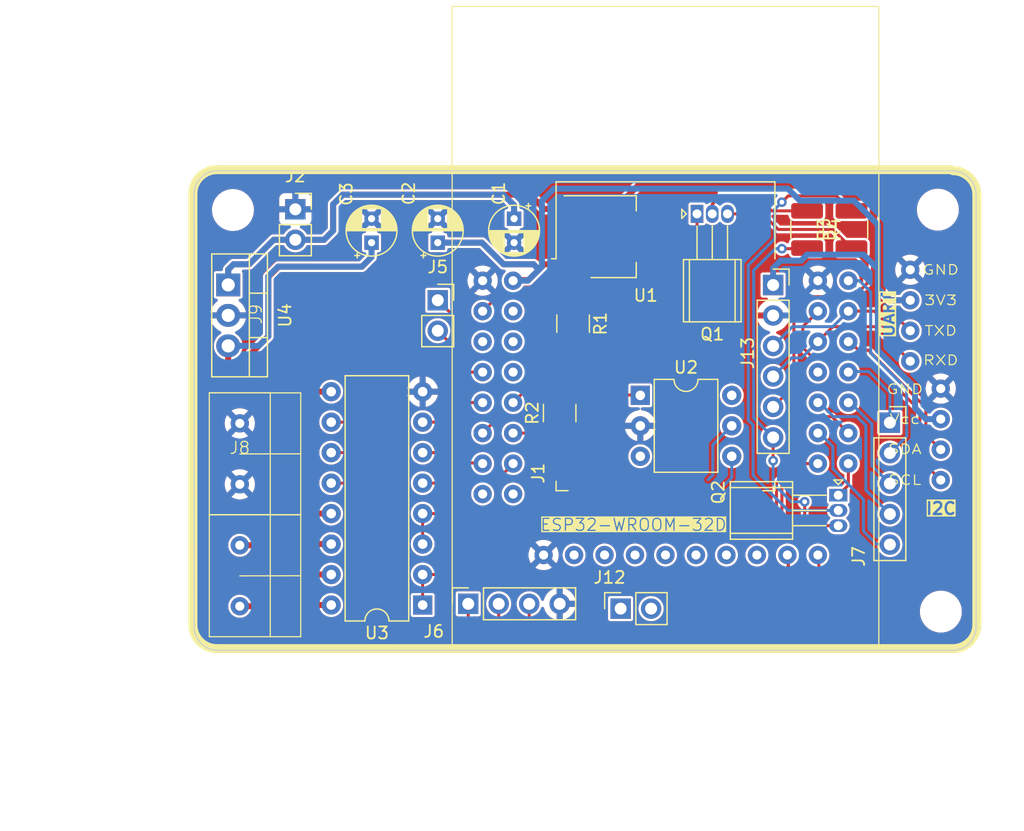
<source format=kicad_pcb>
(kicad_pcb (version 20240108) (generator "pcbnew") (generator_version "8.0")
  (layers (0 "F.Cu" signal) (31 "B.Cu" signal) (34 "B.Paste" user) (35 "F.Paste" user) (36 "B.SilkS" user "B.Silkscreen") (37 "F.SilkS" user "F.Silkscreen") (38 "B.Mask" user) (39 "F.Mask" user) (44 "Edge.Cuts" user))
  (net 0 "")
  (net 1 "GND")
  (net 2 "+3V3")
  (net 3 "+5V")
  (net 4 "/RXD")
  (net 5 "/TXD")
  (net 6 "/SDA")
  (net 7 "/OUT2")
  (net 8 "/OUT3")
  (net 9 "/SCL")
  (net 10 "/OUT1")
  (net 11 "/EN")
  (net 12 "/SOURCE2")
  (net 13 "/SOURCE1")
  (net 14 "/SOURCE3")
  (net 15 "/VDC")
  (net 16 "/DAC1")
  (net 17 "/DAC2")
  (net 18 "/GPIO13")
  (net 19 "/GPIO19")
  (net 20 "/GPIO17")
  (net 21 "/GPIO5")
  (net 22 "/GPIO18")
  (net 23 "/GPIO36")
  (net 24 "/ADC2_CH3")
  (net 25 "/GPIO32")
  (net 26 "/GPIO34")
  (net 27 "/SD_DATA1")
  (net 28 "/SD_DATA2")
  (net 29 "/SD_CLK")
  (net 30 "/SD_CMD")
  (net 31 "/SD_DATA3")
  (net 32 "/ADC2_CH0")
  (net 33 "/GPIO23")
  (net 34 "/SD_DATA0")
  (net 35 "/GPIO27")
  (net 36 "/ADC2_CH2")
  (net 37 "/BOOT")
  (net 39 "/V1-")
  (net 40 "Net-(R2-Pad2)")
  (net 41 "/V1+")
  (net 43 "/GPIO39")
  (net 44 "/DTR")
  (net 45 "/RTS")
  (net 46 "Net-(Q1-B)")
  (net 47 "Net-(Q2-B)")
  (net 48 "/OUT4")
  (net 49 "/SOURCE4")
  (net 50 "/OUT5")
  (net 51 "/SOURCE5")
  (footprint "Capacitor_THT:CP_Radial_D4.0mm_P2.00mm" (layer "F.Cu") (at 100.32 46 90)
    (property "Reference" "C2" (at 4.1 -2.42 -90) (layer "F.SilkS"))
    (property "Value" "1uF")
    (pad "1" thru_hole rect (at 0 0 90) (size 1.2 1.2) (drill 0.6) (layers "*.Cu" "*.Mask") (net 2 "+3V3"))
    (pad "2" thru_hole circle (at 2 0 90) (size 1.2 1.2) (drill 0.6) (layers "*.Cu" "*.Mask") (net 1 "GND"))
  )
  (footprint "Package_TO_SOT_THT:TO-92_Inline_W4.0mm_Horizontal_FlatSideDown" (layer "F.Cu") (at 121.9275 43.6)
    (property "Reference" "Q1" (at 1.27 10.033 0) (layer "F.SilkS"))
    (property "Value" "NPN")
    (pad "1" thru_hole rect (at 0 0) (size 1.05 1.5) (drill 0.75) (layers "*.Cu" "*.Mask") (net 11 "/EN"))
    (pad "2" thru_hole oval (at 1.27 0) (size 1.05 1.5) (drill 0.75) (layers "*.Cu" "*.Mask") (net 46 "Net-(Q1-B)"))
    (pad "3" thru_hole oval (at 2.54 0) (size 1.05 1.5) (drill 0.75) (layers "*.Cu" "*.Mask") (net 45 "/RTS"))
  )
  (footprint "Package_TO_SOT_THT:TO-92_Inline_W4.0mm_Horizontal_FlatSideDown" (layer "F.Cu") (at 133.7 67.0475 -90)
    (property "Reference" "Q2" (at -0.2475 10 90) (layer "F.SilkS"))
    (property "Value" "NPN")
    (pad "1" thru_hole rect (at 0 0 270) (size 1.05 1.5) (drill 0.75) (layers "*.Cu" "*.Mask") (net 37 "/BOOT"))
    (pad "2" thru_hole oval (at 1.27 0 270) (size 1.05 1.5) (drill 0.75) (layers "*.Cu" "*.Mask") (net 47 "Net-(Q2-B)"))
    (pad "3" thru_hole oval (at 2.54 0 270) (size 1.05 1.5) (drill 0.75) (layers "*.Cu" "*.Mask") (net 44 "/DTR"))
  )
  (footprint "Alexander Footprints Library:ESP32-WROOM-Adapter-Socket-2" (layer "F.Cu") (at 119.3 56.79)
    (property "Reference" "J1" (at -10.61 8.43 90) (layer "F.SilkS"))
    (property "Value" "~")
    (fp_text user "ESP32-WROOM-32D" (at -10.5 13.31 0) (layer "F.SilkS" knockout) (effects (font (thickness 0.1)) (justify left bottom)))
    (pad "" thru_hole circle (at -15.24 10.16) (size 1.524 1.524) (drill 0.762) (layers "*.Cu" "*.Mask"))
    (pad "" thru_hole circle (at -12.7 10.16) (size 1.524 1.524) (drill 0.762) (layers "*.Cu" "*.Mask"))
    (pad "1" thru_hole circle (at -15.24 -7.62) (size 1.524 1.524) (drill 0.762) (layers "*.Cu" "*.Mask") (net 1 "GND"))
    (pad "2" thru_hole circle (at -12.7 -7.62) (size 1.524 1.524) (drill 0.762) (layers "*.Cu" "*.Mask") (net 2 "+3V3"))
    (pad "3" thru_hole circle (at -15.24 -5.08) (size 1.524 1.524) (drill 0.762) (layers "*.Cu" "*.Mask") (net 11 "/EN"))
    (pad "4" thru_hole circle (at -12.7 -5.08) (size 1.524 1.524) (drill 0.762) (layers "*.Cu" "*.Mask") (net 23 "/GPIO36"))
    (pad "5" thru_hole circle (at -15.24 -2.54) (size 1.524 1.524) (drill 0.762) (layers "*.Cu" "*.Mask") (net 43 "/GPIO39"))
    (pad "6" thru_hole circle (at -12.7 -2.54) (size 1.524 1.524) (drill 0.762) (layers "*.Cu" "*.Mask") (net 26 "/GPIO34"))
    (pad "7" thru_hole circle (at -15.24 0) (size 1.524 1.524) (drill 0.762) (layers "*.Cu" "*.Mask") (net 50 "/OUT5"))
    (pad "8" thru_hole circle (at -12.7 0) (size 1.524 1.524) (drill 0.762) (layers "*.Cu" "*.Mask") (net 25 "/GPIO32"))
    (pad "9" thru_hole circle (at -15.24 2.54) (size 1.524 1.524) (drill 0.762) (layers "*.Cu" "*.Mask") (net 48 "/OUT4"))
    (pad "10" thru_hole circle (at -12.7 2.54) (size 1.524 1.524) (drill 0.762) (layers "*.Cu" "*.Mask") (net 16 "/DAC1"))
    (pad "11" thru_hole circle (at -15.24 5.08) (size 1.524 1.524) (drill 0.762) (layers "*.Cu" "*.Mask") (net 17 "/DAC2"))
    (pad "12" thru_hole circle (at -12.7 5.08) (size 1.524 1.524) (drill 0.762) (layers "*.Cu" "*.Mask") (net 35 "/GPIO27"))
    (pad "13" thru_hole circle (at -15.24 7.62) (size 1.524 1.524) (drill 0.762) (layers "*.Cu" "*.Mask") (net 8 "/OUT3"))
    (pad "14" thru_hole circle (at -12.7 7.62) (size 1.524 1.524) (drill 0.762) (layers "*.Cu" "*.Mask") (net 7 "/OUT2"))
    (pad "15" thru_hole circle (at -10.16 15.24 90) (size 1.524 1.524) (drill 0.762) (layers "*.Cu" "*.Mask") (net 1 "GND"))
    (pad "16" thru_hole circle (at -7.62 15.24 90) (size 1.524 1.524) (drill 0.762) (layers "*.Cu" "*.Mask") (net 18 "/GPIO13"))
    (pad "17" thru_hole circle (at -5.08 15.24 90) (size 1.524 1.524) (drill 0.762) (layers "*.Cu" "*.Mask") (net 28 "/SD_DATA2"))
    (pad "18" thru_hole circle (at -2.54 15.24 90) (size 1.524 1.524) (drill 0.762) (layers "*.Cu" "*.Mask") (net 31 "/SD_DATA3"))
    (pad "19" thru_hole circle (at 0 15.24 90) (size 1.524 1.524) (drill 0.762) (layers "*.Cu" "*.Mask") (net 30 "/SD_CMD"))
    (pad "20" thru_hole circle (at 2.54 15.24 90) (size 1.524 1.524) (drill 0.762) (layers "*.Cu" "*.Mask") (net 29 "/SD_CLK"))
    (pad "21" thru_hole circle (at 5.08 15.24 90) (size 1.524 1.524) (drill 0.762) (layers "*.Cu" "*.Mask") (net 34 "/SD_DATA0"))
    (pad "22" thru_hole circle (at 7.62 15.24 90) (size 1.524 1.524) (drill 0.762) (layers "*.Cu" "*.Mask") (net 27 "/SD_DATA1"))
    (pad "23" thru_hole circle (at 10.16 15.24 90) (size 1.524 1.524) (drill 0.762) (layers "*.Cu" "*.Mask") (net 24 "/ADC2_CH3"))
    (pad "24" thru_hole circle (at 12.7 15.24 90) (size 1.524 1.524) (drill 0.762) (layers "*.Cu" "*.Mask") (net 36 "/ADC2_CH2"))
    (pad "25" thru_hole circle (at 15.24 7.62) (size 1.524 1.524) (drill 0.762) (layers "*.Cu" "*.Mask") (net 37 "/BOOT"))
    (pad "26" thru_hole circle (at 12.7 7.62) (size 1.524 1.524) (drill 0.762) (layers "*.Cu" "*.Mask") (net 32 "/ADC2_CH0"))
    (pad "27" thru_hole circle (at 15.24 5.08) (size 1.524 1.524) (drill 0.762) (layers "*.Cu" "*.Mask") (net 10 "/OUT1"))
    (pad "28" thru_hole circle (at 12.7 5.08) (size 1.524 1.524) (drill 0.762) (layers "*.Cu" "*.Mask") (net 20 "/GPIO17"))
    (pad "29" thru_hole circle (at 15.24 2.54) (size 1.524 1.524) (drill 0.762) (layers "*.Cu" "*.Mask") (net 21 "/GPIO5"))
    (pad "30" thru_hole circle (at 12.7 2.54) (size 1.524 1.524) (drill 0.762) (layers "*.Cu" "*.Mask") (net 22 "/GPIO18"))
    (pad "31" thru_hole circle (at 15.24 0) (size 1.524 1.524) (drill 0.762) (layers "*.Cu" "*.Mask") (net 19 "/GPIO19"))
    (pad "32" thru_hole circle (at 12.7 0) (size 1.524 1.524) (drill 0.762) (layers "*.Cu" "*.Mask"))
    (pad "33" thru_hole circle (at 15.24 -2.54) (size 1.524 1.524) (drill 0.762) (layers "*.Cu" "*.Mask") (net 6 "/SDA"))
    (pad "34" thru_hole circle (at 12.7 -2.54) (size 1.524 1.524) (drill 0.762) (layers "*.Cu" "*.Mask") (net 4 "/RXD"))
    (pad "35" thru_hole circle (at 15.24 -5.08) (size 1.524 1.524) (drill 0.762) (layers "*.Cu" "*.Mask") (net 5 "/TXD"))
    (pad "36" thru_hole circle (at 12.7 -5.08) (size 1.524 1.524) (drill 0.762) (layers "*.Cu" "*.Mask") (net 9 "/SCL"))
    (pad "37" thru_hole circle (at 15.24 -7.62) (size 1.524 1.524) (drill 0.762) (layers "*.Cu" "*.Mask") (net 33 "/GPIO23"))
    (pad "38" thru_hole circle (at 12.7 -7.62) (size 1.524 1.524) (drill 0.762) (layers "*.Cu" "*.Mask") (net 1 "GND"))
  )
  (footprint "MountingHole:MountingHole_3mm" (layer "F.Cu") (at 142 43.25)
    (property "Reference" "H1" (hide yes))
    (property "Value" "MountingHole_Pad")
    (pad "" np_thru_hole circle (at 0 0) (size 3 3) (drill 3) (layers "*.Cu" "*.Mask"))
  )
  (footprint "MountingHole:MountingHole_3mm" (layer "F.Cu") (at 83.25 43.28)
    (property "Reference" "H2" (hide yes))
    (property "Value" "MountingHole_Pad")
    (pad "" np_thru_hole circle (at 0 0) (size 3 3) (drill 3) (layers "*.Cu" "*.Mask"))
  )
  (footprint "Package_DIP:DIP-16_W7.62mm" (layer "F.Cu") (at 99.06 76.2 180)
    (property "Reference" "U3" (at 3.81 -2.33 0) (layer "F.SilkS"))
    (property "Value" "ULN2003")
    (pad "1" thru_hole rect (at 0 0 180) (size 1.6 1.6) (drill 0.8) (layers "*.Cu" "*.Mask") (net 10 "/OUT1"))
    (pad "2" thru_hole oval (at 0 2.54 180) (size 1.6 1.6) (drill 0.8) (layers "*.Cu" "*.Mask") (net 10 "/OUT1"))
    (pad "3" thru_hole oval (at 0 5.08 180) (size 1.6 1.6) (drill 0.8) (layers "*.Cu" "*.Mask") (net 7 "/OUT2"))
    (pad "4" thru_hole oval (at 0 7.62 180) (size 1.6 1.6) (drill 0.8) (layers "*.Cu" "*.Mask") (net 7 "/OUT2"))
    (pad "5" thru_hole oval (at 0 10.16 180) (size 1.6 1.6) (drill 0.8) (layers "*.Cu" "*.Mask") (net 8 "/OUT3"))
    (pad "6" thru_hole oval (at 0 12.7 180) (size 1.6 1.6) (drill 0.8) (layers "*.Cu" "*.Mask") (net 48 "/OUT4"))
    (pad "7" thru_hole oval (at 0 15.24 180) (size 1.6 1.6) (drill 0.8) (layers "*.Cu" "*.Mask") (net 50 "/OUT5"))
    (pad "8" thru_hole oval (at 0 17.78 180) (size 1.6 1.6) (drill 0.8) (layers "*.Cu" "*.Mask") (net 1 "GND"))
    (pad "9" thru_hole oval (at 7.62 17.78 180) (size 1.6 1.6) (drill 0.8) (layers "*.Cu" "*.Mask") (net 3 "+5V"))
    (pad "10" thru_hole oval (at 7.62 15.24 180) (size 1.6 1.6) (drill 0.8) (layers "*.Cu" "*.Mask") (net 51 "/SOURCE5"))
    (pad "11" thru_hole oval (at 7.62 12.7 180) (size 1.6 1.6) (drill 0.8) (layers "*.Cu" "*.Mask") (net 49 "/SOURCE4"))
    (pad "12" thru_hole oval (at 7.62 10.16 180) (size 1.6 1.6) (drill 0.8) (layers "*.Cu" "*.Mask") (net 14 "/SOURCE3"))
    (pad "13" thru_hole oval (at 7.62 7.62 180) (size 1.6 1.6) (drill 0.8) (layers "*.Cu" "*.Mask") (net 12 "/SOURCE2"))
    (pad "14" thru_hole oval (at 7.62 5.08 180) (size 1.6 1.6) (drill 0.8) (layers "*.Cu" "*.Mask") (net 12 "/SOURCE2"))
    (pad "15" thru_hole oval (at 7.62 2.54 180) (size 1.6 1.6) (drill 0.8) (layers "*.Cu" "*.Mask") (net 13 "/SOURCE1"))
    (pad "16" thru_hole oval (at 7.62 0 180) (size 1.6 1.6) (drill 0.8) (layers "*.Cu" "*.Mask") (net 13 "/SOURCE1"))
  )
  (footprint "Package_DIP:DIP-6_W7.62mm" (layer "F.Cu") (at 117.2 58.725)
    (property "Reference" "U2" (at 3.81 -2.33 0) (layer "F.SilkS"))
    (property "Value" "4N35")
    (pad "1" thru_hole rect (at 0 0) (size 1.6 1.6) (drill 0.8) (layers "*.Cu" "*.Mask") (net 40 "Net-(R2-Pad2)"))
    (pad "2" thru_hole oval (at 0 2.54) (size 1.6 1.6) (drill 0.8) (layers "*.Cu" "*.Mask") (net 1 "GND"))
    (pad "3" thru_hole oval (at 0 5.08) (size 1.6 1.6) (drill 0.8) (layers "*.Cu" "*.Mask"))
    (pad "4" thru_hole oval (at 7.62 5.08) (size 1.6 1.6) (drill 0.8) (layers "*.Cu" "*.Mask") (net 39 "/V1-"))
    (pad "5" thru_hole oval (at 7.62 2.54) (size 1.6 1.6) (drill 0.8) (layers "*.Cu" "*.Mask") (net 41 "/V1+"))
    (pad "6" thru_hole oval (at 7.62 0) (size 1.6 1.6) (drill 0.8) (layers "*.Cu" "*.Mask"))
  )
  (footprint "Alexander Footprints Library:Conn_Terminal_5mm" (layer "F.Cu") (at 83.82 53.44)
    (property "Reference" "J9" (at 1.33 -1.49 90) (layer "F.SilkS") (effects (font (thickness 0.1))))
    (property "Value" "Conn_01x02_Socket")
    (pad "1" thru_hole circle (at 0 7.62) (size 1.524 1.524) (drill 0.762) (layers "*.Cu" "*.Mask") (net 1 "GND"))
    (pad "2" thru_hole circle (at 0 12.7) (size 1.524 1.524) (drill 0.762) (layers "*.Cu" "*.Mask") (net 1 "GND"))
  )
  (footprint "Resistor_SMD:R_1210_3225Metric_Pad1.30x2.65mm_HandSolder" (layer "F.Cu") (at 134.8 44.9 90)
    (property "Reference" "R3" (at 0 -2.28 -90) (layer "F.SilkS"))
    (property "Value" "10K")
    (pad "1" smd roundrect (at -1.55 0 90) (size 1.3 2.65) (layers "F.Cu" "F.Paste" "F.Mask") (roundrect_rratio 0.192308) (net 45 "/RTS"))
    (pad "2" smd roundrect (at 1.55 0 90) (size 1.3 2.65) (layers "F.Cu" "F.Paste" "F.Mask") (roundrect_rratio 0.192308) (net 47 "Net-(Q2-B)"))
  )
  (footprint "Resistor_SMD:R_1210_3225Metric_Pad1.30x2.65mm_HandSolder" (layer "F.Cu") (at 111.6 52.75 -90)
    (property "Reference" "R1" (at 0 -2.28 -90) (layer "F.SilkS"))
    (property "Value" "10K")
    (pad "1" smd roundrect (at -1.55 0 270) (size 1.3 2.65) (layers "F.Cu" "F.Paste" "F.Mask") (roundrect_rratio 0.192308) (net 2 "+3V3"))
    (pad "2" smd roundrect (at 1.55 0 270) (size 1.3 2.65) (layers "F.Cu" "F.Paste" "F.Mask") (roundrect_rratio 0.192308) (net 11 "/EN"))
  )
  (footprint "Connector_PinSocket_2.54mm:PinSocket_1x05_P2.54mm_Vertical" (layer "F.Cu") (at 138 61)
    (property "Reference" "J7" (at -2.6 11.15 90) (layer "F.SilkS"))
    (property "Value" "GPIO")
    (pad "1" thru_hole rect (at 0 0) (size 1.7 1.7) (drill 1) (layers "*.Cu" "*.Mask") (net 19 "/GPIO19"))
    (pad "2" thru_hole oval (at 0 2.54) (size 1.7 1.7) (drill 1) (layers "*.Cu" "*.Mask") (net 33 "/GPIO23"))
    (pad "3" thru_hole oval (at 0 5.08) (size 1.7 1.7) (drill 1) (layers "*.Cu" "*.Mask") (net 21 "/GPIO5"))
    (pad "4" thru_hole oval (at 0 7.62) (size 1.7 1.7) (drill 1) (layers "*.Cu" "*.Mask") (net 22 "/GPIO18"))
    (pad "5" thru_hole oval (at 0 10.16) (size 1.7 1.7) (drill 1) (layers "*.Cu" "*.Mask") (net 20 "/GPIO17"))
  )
  (footprint "Resistor_SMD:R_1210_3225Metric_Pad1.30x2.65mm_HandSolder" (layer "F.Cu") (at 131.1 44.9 -90)
    (property "Reference" "R4" (at 0 -2.28 90) (layer "F.SilkS"))
    (property "Value" "10K")
    (pad "1" smd roundrect (at -1.55 0 270) (size 1.3 2.65) (layers "F.Cu" "F.Paste" "F.Mask") (roundrect_rratio 0.192308) (net 46 "Net-(Q1-B)"))
    (pad "2" smd roundrect (at 1.55 0 270) (size 1.3 2.65) (layers "F.Cu" "F.Paste" "F.Mask") (roundrect_rratio 0.192308) (net 44 "/DTR"))
  )
  (footprint "Connector_PinSocket_2.54mm:PinSocket_1x02_P2.54mm_Vertical" (layer "F.Cu") (at 88.45 43.22)
    (property "Reference" "J2" (at 0 -2.77 0) (layer "F.SilkS"))
    (property "Value" "PWD")
    (pad "1" thru_hole rect (at 0 0) (size 1.7 1.7) (drill 1) (layers "*.Cu" "*.Mask") (net 1 "GND"))
    (pad "2" thru_hole oval (at 0 2.54) (size 1.7 1.7) (drill 1) (layers "*.Cu" "*.Mask") (net 15 "/VDC"))
  )
  (footprint "Connector_PinSocket_2.54mm:PinSocket_1x02_P2.54mm_Vertical" (layer "F.Cu") (at 115.56 76.5 90)
    (property "Reference" "J12" (at 2.6 -0.92 180) (layer "F.SilkS"))
    (property "Value" "Conn_01x02_Socket")
    (pad "1" thru_hole rect (at 0 0 90) (size 1.7 1.7) (drill 1) (layers "*.Cu" "*.Mask") (net 41 "/V1+"))
    (pad "2" thru_hole oval (at 0 2.54 90) (size 1.7 1.7) (drill 1) (layers "*.Cu" "*.Mask") (net 39 "/V1-"))
  )
  (footprint "Connector_PinSocket_2.54mm:PinSocket_1x04_P2.54mm_Vertical" (layer "F.Cu") (at 102.86 76.1 90)
    (property "Reference" "J6" (at -2.3 -2.87 0) (layer "F.SilkS"))
    (property "Value" "SOURCE")
    (pad "1" thru_hole rect (at 0 0 90) (size 1.7 1.7) (drill 1) (layers "*.Cu" "*.Mask") (net 51 "/SOURCE5"))
    (pad "2" thru_hole oval (at 0 2.54 90) (size 1.7 1.7) (drill 1) (layers "*.Cu" "*.Mask") (net 49 "/SOURCE4"))
    (pad "3" thru_hole oval (at 0 5.08 90) (size 1.7 1.7) (drill 1) (layers "*.Cu" "*.Mask") (net 14 "/SOURCE3"))
    (pad "4" thru_hole oval (at 0 7.62 90) (size 1.7 1.7) (drill 1) (layers "*.Cu" "*.Mask") (net 1 "GND"))
  )
  (footprint "Capacitor_THT:CP_Radial_D4.0mm_P2.00mm" (layer "F.Cu") (at 94.8 46 90)
    (property "Reference" "C3" (at 4.05 -2.1 -90) (layer "F.SilkS"))
    (property "Value" "1uF")
    (pad "1" thru_hole rect (at 0 0 90) (size 1.2 1.2) (drill 0.6) (layers "*.Cu" "*.Mask") (net 3 "+5V"))
    (pad "2" thru_hole circle (at 2 0 90) (size 1.2 1.2) (drill 0.6) (layers "*.Cu" "*.Mask") (net 1 "GND"))
  )
  (footprint "Connector_PinSocket_2.54mm:PinSocket_1x02_P2.54mm_Vertical" (layer "F.Cu") (at 100.32 50.8)
    (property "Reference" "J5" (at 0 -2.77 0) (layer "F.SilkS"))
    (property "Value" "DAC_Socket")
    (pad "1" thru_hole rect (at 0 0) (size 1.7 1.7) (drill 1) (layers "*.Cu" "*.Mask") (net 16 "/DAC1"))
    (pad "2" thru_hole oval (at 0 2.54) (size 1.7 1.7) (drill 1) (layers "*.Cu" "*.Mask") (net 17 "/DAC2"))
  )
  (footprint "Alexander Footprints Library:Conn_UART" (layer "F.Cu") (at 139.7 40.64)
    (property "Reference" "J3" (hide yes))
    (property "Value" "UART")
    (fp_text user "3V3" (at 2.54 10.16 0) (layer "F.SilkS") (effects (font (size 0.8 1) (thickness 0.1))))
    (fp_text user "GND" (at 2.54 7.62 0) (layer "F.SilkS") (effects (font (size 0.8 1) (thickness 0.1))))
    (fp_text user "RXD" (at 2.54 15.16 0) (layer "F.SilkS") (effects (font (size 0.8 1) (thickness 0.1))))
    (fp_text user "TXD" (at 2.54 12.7 0) (layer "F.SilkS") (effects (font (size 0.8 1) (thickness 0.1))))
    (fp_text user "UART" (at -1.25 11.36 90) (layer "F.SilkS" knockout) (effects (font (thickness 0.2) (bold yes)) (justify bottom)))
    (pad "3V3" thru_hole circle (at 0 10.16) (size 1.524 1.524) (drill 0.762) (layers "*.Cu" "*.Mask") (net 2 "+3V3"))
    (pad "GND" thru_hole circle (at 0 7.62) (size 1.524 1.524) (drill 0.762) (layers "*.Cu" "*.Mask") (net 1 "GND"))
    (pad "RXD" thru_hole circle (at 0 15.24) (size 1.524 1.524) (drill 0.762) (layers "*.Cu" "*.Mask") (net 4 "/RXD"))
    (pad "TXD" thru_hole circle (at 0 12.7) (size 1.524 1.524) (drill 0.762) (layers "*.Cu" "*.Mask") (net 5 "/TXD"))
  )
  (footprint "Resistor_SMD:R_1210_3225Metric_Pad1.30x2.65mm_HandSolder" (layer "F.Cu") (at 110.48 60.2 90)
    (property "Reference" "R2" (at 0 -2.28 90) (layer "F.SilkS"))
    (property "Value" "1K")
    (pad "1" smd roundrect (at -1.55 0 90) (size 1.3 2.65) (layers "F.Cu" "F.Paste" "F.Mask") (roundrect_rratio 0.192308) (net 35 "/GPIO27"))
    (pad "2" smd roundrect (at 1.55 0 90) (size 1.3 2.65) (layers "F.Cu" "F.Paste" "F.Mask") (roundrect_rratio 0.192308) (net 40 "Net-(R2-Pad2)"))
  )
  (footprint "Capacitor_THT:CP_Radial_D4.0mm_P2.00mm" (layer "F.Cu") (at 106.68 44 -90)
    (property "Reference" "C1" (at -2.1 1.28 90) (layer "F.SilkS"))
    (property "Value" "1uF")
    (pad "1" thru_hole rect (at 0 0 270) (size 1.2 1.2) (drill 0.6) (layers "*.Cu" "*.Mask") (net 15 "/VDC"))
    (pad "2" thru_hole circle (at 2 0 270) (size 1.2 1.2) (drill 0.6) (layers "*.Cu" "*.Mask") (net 1 "GND"))
  )
  (footprint "Package_TO_SOT_SMD:SOT-223-3_TabPin2" (layer "F.Cu") (at 114.95 45.5)
    (property "Reference" "U1" (at 2.7 4.9 0) (layer "F.SilkS"))
    (property "Value" "MAX1726EUK33")
    (pad "1" smd rect (at -3.15 -2.3) (size 2 1.5) (layers "F.Cu" "F.Paste" "F.Mask") (net 15 "/VDC"))
    (pad "2" smd rect (at -3.15 0) (size 2 1.5) (layers "F.Cu" "F.Paste" "F.Mask") (net 1 "GND"))
    (pad "2" smd rect (at 3.15 0) (size 2 3.8) (layers "F.Cu" "F.Paste" "F.Mask") (net 1 "GND"))
    (pad "3" smd rect (at -3.15 2.3) (size 2 1.5) (layers "F.Cu" "F.Paste" "F.Mask") (net 2 "+3V3"))
  )
  (footprint "Alexander Footprints Library:LD1117" (layer "F.Cu") (at 82.855 49.52 -90)
    (property "Reference" "U4" (at 2.54 -4.745 90) (layer "F.SilkS"))
    (property "Value" "L7805")
    (pad "1" thru_hole rect (at 0 0 270) (size 1.905 2) (drill 1.1) (layers "*.Cu" "*.Mask") (net 15 "/VDC"))
    (pad "2" thru_hole oval (at 2.54 0 270) (size 1.905 2) (drill 1.1) (layers "*.Cu" "*.Mask") (net 1 "GND"))
    (pad "3" thru_hole oval (at 5.08 0 270) (size 1.905 2) (drill 1.1) (layers "*.Cu" "*.Mask") (net 3 "+5V"))
  )
  (footprint "Alexander Footprints Library:Conn_I2C" (layer "F.Cu") (at 142.24 50.544)
    (property "Reference" "J4" (hide yes))
    (property "Value" "I2C")
    (fp_text user "I2C" (at 0.01 18.206 0) (layer "F.SilkS" knockout) (effects (font (thickness 0.2) (bold yes)) (justify bottom)))
    (fp_text user "SCL" (at -2.99 15.24 0) (layer "F.SilkS") (effects (font (size 0.8 1) (thickness 0.1))))
    (fp_text user "SDA" (at -2.99 12.666 0) (layer "F.SilkS") (effects (font (size 0.8 1) (thickness 0.1))))
    (fp_text user "GND" (at -2.99 7.666 0) (layer "F.SilkS") (effects (font (size 0.8 1) (thickness 0.1))))
    (fp_text user "Vcc" (at -2.99 10.16 0) (layer "F.SilkS") (effects (font (size 0.8 1) (thickness 0.1))))
    (pad "GND" thru_hole circle (at 0 7.62) (size 1.524 1.524) (drill 0.762) (layers "*.Cu" "*.Mask") (net 1 "GND"))
    (pad "SCL" thru_hole circle (at 0 15.24) (size 1.524 1.524) (drill 0.762) (layers "*.Cu" "*.Mask") (net 9 "/SCL"))
    (pad "SDA" thru_hole circle (at 0 12.7) (size 1.524 1.524) (drill 0.762) (layers "*.Cu" "*.Mask") (net 6 "/SDA"))
    (pad "Vcc" thru_hole circle (at 0 10.16) (size 1.524 1.524) (drill 0.762) (layers "*.Cu" "*.Mask") (net 2 "+3V3"))
  )
  (footprint "MountingHole:MountingHole_3mm" (layer "F.Cu") (at 142.25 76.75)
    (property "Reference" "H4" (hide yes))
    (property "Value" "MountingHole_Pad")
    (pad "" np_thru_hole circle (at 0 0) (size 3 3) (drill 3) (layers "*.Cu" "*.Mask"))
  )
  (footprint "Connector_PinSocket_2.54mm:PinSocket_1x06_P2.54mm_Vertical" (layer "F.Cu") (at 128.27 49.53)
    (property "Reference" "J13" (at -2.12 5.67 90) (layer "F.SilkS"))
    (property "Value" "Conn_01x06_Socket")
    (pad "1" thru_hole rect (at 0 0) (size 1.7 1.7) (drill 1) (layers "*.Cu" "*.Mask") (net 2 "+3V3"))
    (pad "2" thru_hole oval (at 0 2.54) (size 1.7 1.7) (drill 1) (layers "*.Cu" "*.Mask") (net 1 "GND"))
    (pad "3" thru_hole oval (at 0 5.08) (size 1.7 1.7) (drill 1) (layers "*.Cu" "*.Mask") (net 5 "/TXD"))
    (pad "4" thru_hole oval (at 0 7.62) (size 1.7 1.7) (drill 1) (layers "*.Cu" "*.Mask") (net 4 "/RXD"))
    (pad "5" thru_hole oval (at 0 10.16) (size 1.7 1.7) (drill 1) (layers "*.Cu" "*.Mask") (net 45 "/RTS"))
    (pad "6" thru_hole oval (at 0 12.7) (size 1.7 1.7) (drill 1) (layers "*.Cu" "*.Mask") (net 44 "/DTR"))
  )
  (footprint "Alexander Footprints Library:Conn_Terminal_5mm" (layer "F.Cu") (at 83.82 63.6)
    (property "Reference" "J8" (at 0 -0.5 0) (layer "F.SilkS") (effects (font (thickness 0.1))))
    (property "Value" "Conn_01x02_Socket")
    (pad "1" thru_hole circle (at 0 7.62) (size 1.524 1.524) (drill 0.762) (layers "*.Cu" "*.Mask") (net 12 "/SOURCE2"))
    (pad "2" thru_hole circle (at 0 12.7) (size 1.524 1.524) (drill 0.762) (layers "*.Cu" "*.Mask") (net 13 "/SOURCE1"))
  )
  (gr_line (start 145.25 41.86421) (end 145.25 77.835782) (stroke (width 0.75)) (layer "F.SilkS"))
  (gr_line (start 81.914218 39.914218) (end 143.08579 39.914218) (stroke (width 0.75)) (layer "F.SilkS"))
  (gr_arc (start 145.25 77.835782) (mid 144.664218 79.25) (end 143.25 79.835782) (stroke (width 0.75)) (layer "F.SilkS"))
  (gr_line (start 79.914218 41.86421) (end 79.914218 77.835782) (stroke (width 0.75)) (layer "F.SilkS"))
  (gr_arc (start 81.914218 79.835782) (mid 80.5 79.25) (end 79.914218 77.835782) (stroke (width 0.75)) (layer "F.SilkS"))
  (gr_arc (start 143.25 40) (mid 144.664218 40.585782) (end 145.25 42) (stroke (width 0.75)) (layer "F.SilkS"))
  (gr_arc (start 79.914218 41.914218) (mid 80.5 40.5) (end 81.914218 39.914218) (stroke (width 0.75)) (layer "F.SilkS"))
  (gr_line (start 81.914214 79.835782) (end 143.085786 79.835782) (stroke (width 0.75)) (layer "F.SilkS"))
  (gr_line (start 80 42) (end 80.014214 77.985786) (stroke (width 0.1)) (layer "Edge.Cuts"))
  (gr_arc (start 143.185786 40.014214) (mid 144.6 40.6) (end 145.185786 42.014214) (stroke (width 0.1)) (layer "Edge.Cuts"))
  (gr_arc (start 82.014214 79.985786) (mid 80.6 79.4) (end 80.014214 77.985786) (stroke (width 0.1)) (layer "Edge.Cuts"))
  (gr_line (start 145.185786 42.014214) (end 145.185786 77.985786) (stroke (width 0.1)) (layer "Edge.Cuts"))
  (gr_arc (start 80 42) (mid 80.585786 40.585786) (end 82 40) (stroke (width 0.1)) (layer "Edge.Cuts"))
  (gr_line (start 82.014214 79.985786) (end 143.185786 79.985786) (stroke (width 0.1)) (layer "Edge.Cuts"))
  (gr_arc (start 145.185786 77.985786) (mid 144.6 79.4) (end 143.185786 79.985786) (stroke (width 0.1)) (layer "Edge.Cuts"))
  (gr_line (start 143.185786 40.014214) (end 82 40) (stroke (width 0.1)) (layer "Edge.Cuts"))
  (segment (start 84.21 65.75) (end 83.82 66.14) (width 0.5) (layer "F.Cu") (net 1))
  (segment (start 111.6 50.2) (end 113.25 48.55) (width 0.5) (layer "F.Cu") (net 2))
  (segment (start 113.25 48.55) (end 113.25 47.85) (width 0.5) (layer "F.Cu") (net 2))
  (segment (start 137.4 42.6) (end 136.05 41.25) (width 0.5) (layer "F.Cu") (net 2))
  (segment (start 105.8 47.8) (end 108.3 47.8) (width 0.5) (layer "F.Cu") (net 2))
  (segment (start 106.68 49.12) (end 107.88 49.12) (width 0.5) (layer "F.Cu") (net 2))
  (segment (start 115.56 42.69) (end 115.56 46.87) (width 0.5) (layer "F.Cu") (net 2))
  (segment (start 107.88 49.12) (end 109.2 47.8) (width 0.5) (layer "F.Cu") (net 2))
  (segment (start 137.4 50.15) (end 137.4 42.6) (width 0.5) (layer "F.Cu") (net 2))
  (segment (start 115.56 46.87) (end 114.63 47.8) (width 0.5) (layer "F.Cu") (net 2))
  (segment (start 113.25 47.85) (end 113.2 47.8) (width 0.5) (layer "F.Cu") (net 2))
  (segment (start 100.2 46) (end 104 46) (width 0.5) (layer "F.Cu") (net 2))
  (segment (start 111.6 51.2) (end 111.6 50.2) (width 0.5) (layer "F.Cu") (net 2))
  (segment (start 136.05 41.25) (end 117 41.25) (width 0.5) (layer "F.Cu") (net 2))
  (segment (start 117 41.25) (end 115.56 42.69) (width 0.5) (layer "F.Cu") (net 2))
  (segment (start 108.3 47.8) (end 108.75 48.25) (width 0.5) (layer "F.Cu") (net 2))
  (segment (start 109.2 47.8) (end 113.2 47.8) (width 0.5) (layer "F.Cu") (net 2))
  (segment (start 138.05 50.8) (end 137.4 50.15) (width 0.5) (layer "F.Cu") (net 2))
  (segment (start 139.7 50.8) (end 138.05 50.8) (width 0.5) (layer "F.Cu") (net 2))
  (segment (start 114.63 47.8) (end 113.2 47.8) (width 0.5) (layer "F.Cu") (net 2))
  (segment (start 104 46) (end 105.8 47.8) (width 0.5) (layer "F.Cu") (net 2))
  (segment (start 100.32 46) (end 104 46) (width 0.5) (layer "B.Cu") (net 2))
  (segment (start 110 41.5) (end 129.501041 41.5) (width 0.5) (layer "B.Cu") (net 2))
  (segment (start 137 48.2) (end 135.8 47) (width 0.5) (layer "B.Cu") (net 2))
  (segment (start 137 54.986828) (end 137 49.8) (width 0.5) (layer "B.Cu") (net 2))
  (segment (start 128.27 48.13) (end 128.27 49.53) (width 0.5) (layer "B.Cu") (net 2))
  (segment (start 137 49.8) (end 137 48.2) (width 0.5) (layer "B.Cu") (net 2))
  (segment (start 142.24 60.704) (end 141.004 60.704) (width 0.5) (layer "B.Cu") (net 2))
  (segment (start 107.83 49.17) (end 109 48) (width 0.5) (layer "B.Cu") (net 2))
  (segment (start 128.9 47.5) (end 128.27 48.13) (width 0.5) (layer "B.Cu") (net 2))
  (segment (start 131.1 47) (end 130.6 47.5) (width 0.5) (layer "B.Cu") (net 2))
  (segment (start 108.3 47.8) (end 108.5 48) (width 0.5) (layer "B.Cu") (net 2))
  (segment (start 140.1 58.086828) (end 137 54.986828) (width 0.5) (layer "B.Cu") (net 2))
  (segment (start 106.6 49.17) (end 107.83 49.17) (width 0.5) (layer "B.Cu") (net 2))
  (segment (start 105.8 47.8) (end 108.3 47.8) (width 0.5) (layer "B.Cu") (net 2))
  (segment (start 109 42.5) (end 110 41.5) (width 0.5) (layer "B.Cu") (net 2))
  (segment (start 104 46) (end 105.8 47.8) (width 0.5) (layer "B.Cu") (net 2))
  (segment (start 140.1 59.8) (end 140.1 58.086828) (width 0.5) (layer "B.Cu") (net 2))
  (segment (start 135.8 47) (end 131.1 47) (width 0.5) (layer "B.Cu") (net 2))
  (segment (start 130.501041 42.5) (end 135 42.5) (width 0.5) (layer "B.Cu") (net 2))
  (segment (start 141.004 60.704) (end 140.1 59.8) (width 0.5) (layer "B.Cu") (net 2))
  (segment (start 139.7 50.8) (end 138 50.8) (width 0.5) (layer "B.Cu") (net 2))
  (segment (start 138 50.8) (end 137 49.8) (width 0.5) (layer "B.Cu") (net 2))
  (segment (start 129.501041 41.5) (end 130.501041 42.5) (width 0.5) (layer "B.Cu") (net 2))
  (segment (start 137 44.5) (end 137 48.2) (width 0.5) (layer "B.Cu") (net 2))
  (segment (start 130.6 47.5) (end 128.9 47.5) (width 0.5) (layer "B.Cu") (net 2))
  (segment (start 135 42.5) (end 137 44.5) (width 0.5) (layer "B.Cu") (net 2))
  (segment (start 109 48) (end 109 42.5) (width 0.5) (layer "B.Cu") (net 2))
  (segment (start 94.8 47.2) (end 94.8 46) (width 0.5) (layer "F.Cu") (net 3))
  (segment (start 86.2 53.8) (end 86.2 48.85) (width 0.5) (layer "F.Cu") (net 3))
  (segment (start 91.44 58.42) (end 84.82 58.42) (width 0.5) (layer "F.Cu") (net 3))
  (segment (start 82.855 56.455) (end 82.855 55.14) (width 0.5) (layer "F.Cu") (net 3))
  (segment (start 86.2 48.85) (end 87.05 48) (width 0.5) (layer "F.Cu") (net 3))
  (segment (start 94 48) (end 94.8 47.2) (width 0.5) (layer "F.Cu") (net 3))
  (segment (start 84.82 58.42) (end 82.855 56.455) (width 0.5) (layer "F.Cu") (net 3))
  (segment (start 83.6 57.2) (end 83.6 56.4) (width 0.5) (layer "F.Cu") (net 3))
  (segment (start 83.6 56.4) (end 86.2 53.8) (width 0.5) (layer "F.Cu") (net 3))
  (segment (start 87.05 48) (end 94 48) (width 0.5) (layer "F.Cu") (net 3))
  (segment (start 86.2 53.8) (end 85.4 54.6) (width 0.5) (layer "B.Cu") (net 3))
  (segment (start 87 48) (end 86.2 48.8) (width 0.5) (layer "B.Cu") (net 3))
  (segment (start 85.4 54.6) (end 82.855 54.6) (width 0.5) (layer "B.Cu") (net 3))
  (segment (start 86.2 48.8) (end 86.2 53.8) (width 0.5) (layer "B.Cu") (net 3))
  (segment (start 94.8 47.2) (end 94 48) (width 0.5) (layer "B.Cu") (net 3))
  (segment (start 94 48) (end 87 48) (width 0.5) (layer "B.Cu") (net 3))
  (segment (start 94.8 46) (end 94.8 47.2) (width 0.5) (layer "B.Cu") (net 3))
  (segment (start 133.25 53) (end 136.82 53) (width 0.25) (layer "F.Cu") (net 4))
  (segment (start 132 54.25) (end 133.25 53) (width 0.25) (layer "F.Cu") (net 4))
  (segment (start 136.82 53) (end 139.7 55.88) (width 0.25) (layer "F.Cu") (net 4))
  (segment (start 130.65 55.6) (end 132 54.25) (width 0.25) (layer "B.Cu") (net 4))
  (segment (start 129.82 55.6) (end 130.65 55.6) (width 0.25) (layer "B.Cu") (net 4))
  (segment (start 128.27 57.15) (end 129.82 55.6) (width 0.25) (layer "B.Cu") (net 4))
  (segment (start 138.86 52.5) (end 137.5 52.5) (width 0.25) (layer "F.Cu") (net 5))
  (segment (start 136.71 51.71) (end 137.25 52.25) (width 0.25) (layer "F.Cu") (net 5))
  (segment (start 137.5 52.5) (end 137.25 52.25) (width 0.25) (layer "F.Cu") (net 5))
  (segment (start 139.7 53.34) (end 138.86 52.5) (width 0.25) (layer "F.Cu") (net 5))
  (segment (start 134.74 51.54) (end 134.62 51.66) (width 0.25) (layer "F.Cu") (net 5))
  (segment (start 134.54 51.71) (end 136.71 51.71) (width 0.25) (layer "F.Cu") (net 5))
  (segment (start 129.88 53) (end 133.25 53) (width 0.25) (layer "B.Cu") (net 5))
  (segment (start 133.25 53) (end 134.54 51.71) (width 0.25) (layer "B.Cu") (net 5))
  (segment (start 128.27 54.61) (end 129.88 53) (width 0.25) (layer "B.Cu") (net 5))
  (segment (start 135.381999 54.961999) (end 134.62 54.2) (width 0.25) (layer "F.Cu") (net 6))
  (segment (start 136.211999 54.961999) (end 135.381999 54.961999) (width 0.25) (layer "F.Cu") (net 6))
  (segment (start 141 59.75) (end 136.211999 54.961999) (width 0.25) (layer "F.Cu") (net 6))
  (segment (start 142.24 63.244) (end 141 62.004) (width 0.25) (layer "F.Cu") (net 6))
  (segment (start 141 62.004) (end 141 59.75) (width 0.25) (layer "F.Cu") (net 6))
  (segment (start 102 68) (end 102 66.25) (width 0.25) (layer "F.Cu") (net 7))
  (segment (start 102 66.25) (end 102.71 65.54) (width 0.25) (layer "F.Cu") (net 7))
  (segment (start 99.06 71.12) (end 99.06 68.58) (width 0.25) (layer "F.Cu") (net 7))
  (segment (start 101.42 68.58) (end 102 68) (width 0.25) (layer "F.Cu") (net 7))
  (segment (start 99.06 68.58) (end 101.42 68.58) (width 0.25) (layer "F.Cu") (net 7))
  (segment (start 102.71 65.54) (end 105.5 65.54) (width 0.25) (layer "F.Cu") (net 7))
  (segment (start 105.5 65.54) (end 106.68 64.36) (width 0.25) (layer "F.Cu") (net 7))
  (segment (start 102.39 64.36) (end 104.14 64.36) (width 0.25) (layer "F.Cu") (net 8))
  (segment (start 100.71 66.04) (end 102.39 64.36) (width 0.25) (layer "F.Cu") (net 8))
  (segment (start 99.06 66.04) (end 100.71 66.04) (width 0.25) (layer "F.Cu") (net 8))
  (segment (start 142.24 65.784) (end 140.5 64.044) (width 0.25) (layer "F.Cu") (net 9))
  (segment (start 140.5 60) (end 136 55.5) (width 0.25) (layer "F.Cu") (net 9))
  (segment (start 131.5 55.5) (end 130.745 54.745) (width 0.25) (layer "F.Cu") (net 9))
  (segment (start 140.5 64.044) (end 140.5 60) (width 0.25) (layer "F.Cu") (net 9))
  (segment (start 136 55.5) (end 131.5 55.5) (width 0.25) (layer "F.Cu") (net 9))
  (segment (start 130.745 52.995) (end 132.08 51.66) (width 0.25) (layer "F.Cu") (net 9))
  (segment (start 130.745 54.745) (end 130.745 52.995) (width 0.25) (layer "F.Cu") (net 9))
  (segment (start 128.25 69.75) (end 104.75 69.75) (width 0.25) (layer "F.Cu") (net 10))
  (segment (start 134.54 61.87) (end 133.17 60.5) (width 0.25) (layer "F.Cu") (net 10))
  (segment (start 128.55 66.013604) (end 128.55 69.45) (width 0.25) (layer "F.Cu") (net 10))
  (segment (start 99.06 76.2) (end 99.06 73.66) (width 0.25) (layer "F.Cu") (net 10))
  (segment (start 100.84 73.66) (end 99.06 73.66) (width 0.25) (layer "F.Cu") (net 10))
  (segment (start 104.75 69.75) (end 100.84 73.66) (width 0.25) (layer "F.Cu") (net 10))
  (segment (start 133.17 60.5) (end 131.5 60.5) (width 0.25) (layer "F.Cu") (net 10))
  (segment (start 131.5 60.5) (end 130.25 61.75) (width 0.25) (layer "F.Cu") (net 10))
  (segment (start 130.25 61.75) (end 130.25 64.313604) (width 0.25) (layer "F.Cu") (net 10))
  (segment (start 128.55 69.45) (end 128.25 69.75) (width 0.25) (layer "F.Cu") (net 10))
  (segment (start 130.25 64.313604) (end 128.55 66.013604) (width 0.25) (layer "F.Cu") (net 10))
  (segment (start 114.8 53.7) (end 114.2 54.3) (width 0.25) (layer "F.Cu") (net 11))
  (segment (start 109.8 54.3) (end 111.6 54.3) (width 0.25) (layer "F.Cu") (net 11))
  (segment (start 105.27 50.5) (end 108.4 50.5) (width 0.25) (layer "F.Cu") (net 11))
  (segment (start 118.1 49.52) (end 115.68 49.52) (width 0.25) (layer "F.Cu") (net 11))
  (segment (start 109.1 51.2) (end 109.1 53.6) (width 0.25) (layer "F.Cu") (net 11))
  (segment (start 120.64 49.52) (end 118.1 49.52) (width 0.25) (layer "F.Cu") (net 11))
  (segment (start 121.9275 43.6) (end 121.9275 48.2325) (width 0.25) (layer "F.Cu") (net 11))
  (segment (start 121.9275 48.2325) (end 120.64 49.52) (width 0.25) (layer "F.Cu") (net 11))
  (segment (start 115.68 49.52) (end 114.8 50.4) (width 0.25) (layer "F.Cu") (net 11))
  (segment (start 114.8 50.4) (end 114.8 53.7) (width 0.25) (layer "F.Cu") (net 11))
  (segment (start 114.2 54.3) (end 111.6 54.3) (width 0.25) (layer "F.Cu") (net 11))
  (segment (start 104.06 51.71) (end 105.27 50.5) (width 0.25) (layer "F.Cu") (net 11))
  (segment (start 109.1 53.6) (end 109.8 54.3) (width 0.25) (layer "F.Cu") (net 11))
  (segment (start 108.4 50.5) (end 109.1 51.2) (width 0.25) (layer "F.Cu") (net 11))
  (segment (start 83.82 71.22) (end 87.03 71.22) (width 0.5) (layer "F.Cu") (net 12))
  (segment (start 88.62 71.12) (end 91.44 71.12) (width 0.5) (layer "F.Cu") (net 12))
  (segment (start 89.67 68.58) (end 91.44 68.58) (width 0.5) (layer "F.Cu") (net 12))
  (segment (start 88.11 70.61) (end 88.62 71.12) (width 0.5) (layer "F.Cu") (net 12))
  (segment (start 87.03 71.22) (end 89.67 68.58) (width 0.5) (layer "F.Cu") (net 12))
  (segment (start 91.44 73.66) (end 89.59 73.66) (width 0.5) (layer "F.Cu") (net 13))
  (segment (start 87.875 75.375) (end 88.7 76.2) (width 0.5) (layer "F.Cu") (net 13))
  (segment (start 88.7 76.2) (end 91.44 76.2) (width 0.5) (layer "F.Cu") (net 13))
  (segment (start 86.95 76.3) (end 87.875 75.375) (width 0.5) (layer "F.Cu") (net 13))
  (segment (start 86.95 76.3) (end 83.82 76.3) (width 0.5) (layer "F.Cu") (net 13))
  (segment (start 89.59 73.66) (end 86.95 76.3) (width 0.5) (layer "F.Cu") (net 13))
  (segment (start 97.3 79.2) (end 96 77.9) (width 0.25) (layer "F.Cu") (net 14))
  (segment (start 107.94 78.06) (end 106.8 79.2) (width 0.25) (layer "F.Cu") (net 14))
  (segment (start 96 67.1) (end 94.94 66.04) (width 0.25) (layer "F.Cu") (net 14))
  (segment (start 96 77.9) (end 96 67.1) (width 0.25) (layer "F.Cu") (net 14))
  (segment (start 107.94 76.1) (end 107.94 78.06) (width 0.25) (layer "F.Cu") (net 14))
  (segment (start 106.8 79.2) (end 97.3 79.2) (width 0.25) (layer "F.Cu") (net 14))
  (segment (start 94.94 66.04) (end 91.44 66.04) (width 0.25) (layer "F.Cu") (net 14))
  (segment (start 108 42) (end 92.4 42) (width 0.5) (layer "F.Cu") (net 15))
  (segment (start 88.45 45.76) (end 86.64 45.76) (width 0.5) (layer "F.Cu") (net 15))
  (segment (start 82.855 48.245) (end 82.855 50.06) (width 0.5) (layer "F.Cu") (net 15))
  (segment (start 92.4 42) (end 91.6 42.8) (width 0.5) (layer "F.Cu") (net 15))
  (segment (start 84.6 47.8) (end 83.3 47.8) (width 0.5) (layer "F.Cu") (net 15))
  (segment (start 105.8 42) (end 106.68 42.88) (width 0.5) (layer "F.Cu") (net 15))
  (segment (start 91.6 42.8) (end 91.6 45) (width 0.5) (layer "F.Cu") (net 15))
  (segment (start 106.68 42.88) (end 106.68 44) (width 0.5) (layer "F.Cu") (net 15))
  (segment (start 90.84 45.76) (end 88.45 45.76) (width 0.5) (layer "F.Cu") (net 15))
  (segment (start 111.8 43.2) (end 109.2 43.2) (width 0.5) (layer "F.Cu") (net 15))
  (segment (start 83.3 47.8) (end 82.855 48.245) (width 0.5) (layer "F.Cu") (net 15))
  (segment (start 86.64 45.76) (end 84.6 47.8) (width 0.5) (layer "F.Cu") (net 15))
  (segment (start 109.2 43.2) (end 108 42) (width 0.5) (layer "F.Cu") (net 15))
  (segment (start 91.6 45) (end 90.84 45.76) (width 0.5) (layer "F.Cu") (net 15))
  (segment (start 106.68 42.88) (end 106.68 44) (width 0.5) (layer "B.Cu") (net 15))
  (segment (start 84.6 47.8) (end 83.3 47.8) (width 0.5) (layer "B.Cu") (net 15))
  (segment (start 91.6 45) (end 91.6 42.8) (width 0.5) (layer "B.Cu") (net 15))
  (segment (start 86.64 45.76) (end 84.6 47.8) (width 0.5) (layer "B.Cu") (net 15))
  (segment (start 88.45 45.76) (end 90.84 45.76) (width 0.5) (layer "B.Cu") (net 15))
  (segment (start 83.3 47.8) (end 82.855 48.245) (width 0.5) (layer "B.Cu") (net 15))
  (segment (start 92.4 42) (end 105.8 42) (width 0.5) (layer "B.Cu") (net 15))
  (segment (start 88.45 45.76) (end 86.64 45.76) (width 0.5) (layer "B.Cu") (net 15))
  (segment (start 90.84 45.76) (end 91.6 45) (width 0.5) (layer "B.Cu") (net 15))
  (segment (start 105.8 42) (end 106.68 42.88) (width 0.5) (layer "B.Cu") (net 15))
  (segment (start 91.6 42.8) (end 92.4 42) (width 0.5) (layer "B.Cu") (net 15))
  (segment (start 82.855 48.245) (end 82.855 49.52) (width 0.5) (layer "B.Cu") (net 15))
  (segment (start 108.1 57.83) (end 108.1 53.9) (width 0.25) (layer "F.Cu") (net 16))
  (segment (start 102.42 52.9) (end 100.32 50.8) (width 0.25) (layer "F.Cu") (net 16))
  (segment (start 108.1 53.9) (end 107.1 52.9) (width 0.25) (layer "F.Cu") (net 16))
  (segment (start 107.1 52.9) (end 102.42 52.9) (width 0.25) (layer "F.Cu") (net 16))
  (segment (start 106.6 59.33) (end 108.1 57.83) (width 0.25) (layer "F.Cu") (net 16))
  (segment (start 104.6 55.5) (end 102.48 55.5) (width 0.25) (layer "F.Cu") (net 17))
  (segment (start 102.48 55.5) (end 100.32 53.34) (width 0.25) (layer "F.Cu") (net 17))
  (segment (start 105.4 56.3) (end 104.6 55.5) (width 0.25) (layer "F.Cu") (net 17))
  (segment (start 104.06 61.87) (end 105.4 60.53) (width 0.25) (layer "F.Cu") (net 17))
  (segment (start 105.4 60.53) (end 105.4 56.3) (width 0.25) (layer "F.Cu") (net 17))
  (segment (start 138.5 60.96) (end 138.46 61) (width 0.25) (layer "B.Cu") (net 19))
  (segment (start 138 61) (end 138 58.5) (width 0.25) (layer "B.Cu") (net 19))
  (segment (start 136.24 56.74) (end 134.62 56.74) (width 0.25) (layer "B.Cu") (net 19))
  (segment (start 138 58.5) (end 136.24 56.74) (width 0.25) (layer "B.Cu") (net 19))
  (segment (start 135.8 70.05) (end 135.8 67.4) (width 0.25) (layer "B.Cu") (net 20))
  (segment (start 136.87 71.12) (end 135.8 70.05) (width 0.25) (layer "B.Cu") (net 20))
  (segment (start 138.5 71.12) (end 136.87 71.12) (width 0.25) (layer "B.Cu") (net 20))
  (segment (start 135.8 67.4) (end 133.25 64.85) (width 0.25) (layer "B.Cu") (net 20))
  (segment (start 133.25 62.99) (end 132.08 61.82) (width 0.25) (layer "B.Cu") (net 20))
  (segment (start 133.25 64.85) (end 133.25 62.99) (width 0.25) (layer "B.Cu") (net 20))
  (segment (start 137.96 66.04) (end 136.5 64.58) (width 0.25) (layer "B.Cu") (net 21))
  (segment (start 136.5 64.58) (end 136.5 61.113604) (width 0.25) (layer "B.Cu") (net 21))
  (segment (start 136.5 61.113604) (end 134.666396 59.28) (width 0.25) (layer "B.Cu") (net 21))
  (segment (start 134.666396 59.28) (end 134.62 59.28) (width 0.25) (layer "B.Cu") (net 21))
  (segment (start 133.3 60.5) (end 132.08 59.28) (width 0.25) (layer "B.Cu") (net 22))
  (segment (start 136 66.62) (end 136 61.25) (width 0.25) (layer "B.Cu") (net 22))
  (segment (start 136 61.25) (end 135.25 60.5) (width 0.25) (layer "B.Cu") (net 22))
  (segment (start 137.96 68.58) (end 136 66.62) (width 0.25) (layer "B.Cu") (net 22))
  (segment (start 135.25 60.5) (end 133.3 60.5) (width 0.25) (layer "B.Cu") (net 22))
  (segment (start 126.42 75.75) (end 126.42 74.58) (width 0.25) (layer "F.Cu") (net 24))
  (segment (start 126.42 74.58) (end 127.25 73.75) (width 0.25) (layer "F.Cu") (net 24))
  (segment (start 127.25 73.75) (end 128.75 73.75) (width 0.25) (layer "F.Cu") (net 24))
  (segment (start 128.75 73.75) (end 129.54 72.96) (width 0.25) (layer "F.Cu") (net 24))
  (segment (start 129.54 72.96) (end 129.54 72.03) (width 0.25) (layer "F.Cu") (net 24))
  (segment (start 130.79 64.41) (end 129 66.2) (width 0.25) (layer "F.Cu") (net 32))
  (segment (start 130.75 71.35) (end 130.75 73.96) (width 0.25) (layer "F.Cu") (net 32))
  (segment (start 129 66.2) (end 129 69.6) (width 0.25) (layer "F.Cu") (net 32))
  (segment (start 132 64.41) (end 130.79 64.41) (width 0.25) (layer "F.Cu") (net 32))
  (segment (start 129 69.6) (end 130.75 71.35) (width 0.25) (layer "F.Cu") (net 32))
  (segment (start 130.75 73.96) (end 128.96 75.75) (width 0.25) (layer "F.Cu") (net 32))
  (segment (start 139.4 58.2) (end 139.4 62.14) (width 0.25) (layer "B.Cu") (net 33))
  (segment (start 135.47 49.17) (end 136.4 50.1) (width 0.25) (layer "B.Cu") (net 33))
  (segment (start 136.4 55.2) (end 139.4 58.2) (width 0.25) (layer "B.Cu") (net 33))
  (segment (start 135.1 49.6) (end 134.62 49.12) (width 0.25) (layer "B.Cu") (net 33))
  (segment (start 136.4 50.1) (end 136.4 55.2) (width 0.25) (layer "B.Cu") (net 33))
  (segment (start 139.4 62.14) (end 138 63.54) (width 0.25) (layer "B.Cu") (net 33))
  (segment (start 134.54 49.17) (end 135.47 49.17) (width 0.25) (layer "B.Cu") (net 33))
  (segment (start 106.6 61.87) (end 110.36 61.87) (width 0.25) (layer "F.Cu") (net 35))
  (segment (start 110.36 61.87) (end 110.48 61.75) (width 0.25) (layer "F.Cu") (net 35))
  (segment (start 131.5 75.75) (end 131.5 74.25) (width 0.25) (layer "F.Cu") (net 36))
  (segment (start 131.5 74.25) (end 132.08 73.67) (width 0.25) (layer "F.Cu") (net 36))
  (segment (start 132.08 73.67) (end 132.08 72.03) (width 0.25) (layer "F.Cu") (net 36))
  (segment (start 134.77 64.64) (end 134.54 64.41) (width 0.25) (layer "F.Cu") (net 37))
  (segment (start 133.7 67.0475) (end 134.54 66.2075) (width 0.25) (layer "F.Cu") (net 37))
  (segment (start 134.54 66.2075) (end 134.54 64.41) (width 0.25) (layer "F.Cu") (net 37))
  (segment (start 134.5 64.45) (end 134.54 64.41) (width 0.25) (layer "F.Cu") (net 37))
  (segment (start 124.15 66.25) (end 124.82 65.58) (width 0.25) (layer "B.Cu") (net 39))
  (segment (start 124.82 65.58) (end 124.82 63.805) (width 0.25) (layer "B.Cu") (net 39))
  (segment (start 117.175 58.7) (end 117.2 58.725) (width 0.25) (layer "F.Cu") (net 40))
  (segment (start 110.48 58.65) (end 110.53 58.7) (width 0.25) (layer "F.Cu") (net 40))
  (segment (start 110.53 58.7) (end 117.175 58.7) (width 0.25) (layer "F.Cu") (net 40))
  (segment (start 123.245 65.355) (end 123.245 62.84) (width 0.25) (layer "B.Cu") (net 41))
  (segment (start 123.245 62.84) (end 124.82 61.265) (width 0.25) (layer "B.Cu") (net 41))
  (segment (start 122.85 65.75) (end 123.245 65.355) (width 0.25) (layer "B.Cu") (net 41))
  (segment (start 128.27 64.17) (end 128.27 62.23) (width 0.25) (layer "F.Cu") (net 44))
  (segment (start 131.05 46.5) (end 131.1 46.45) (width 0.25) (layer "F.Cu") (net 44))
  (segment (start 130.9 67.5925) (end 130.9 68.8) (width 0.25) (layer "F.Cu") (net 44))
  (segment (start 131.6875 69.5875) (end 133.7 69.5875) (width 0.25) (layer "F.Cu") (net 44))
  (segment (start 127.9 62.6) (end 128.27 62.23) (width 0.25) (layer "F.Cu") (net 44))
  (segment (start 130.9 68.8) (end 131.6875 69.5875) (width 0.25) (layer "F.Cu") (net 44))
  (segment (start 129 46.5) (end 131.05 46.5) (width 0.25) (layer "F.Cu") (net 44))
  (via (at 130.9 67.5925) (size 0.8) (drill 0.4) (layers "F.Cu" "B.Cu") (net 44))
  (via (at 129 46.5) (size 0.8) (drill 0.4) (layers "F.Cu" "B.Cu") (net 44))
  (via (at 128.27 64.17) (size 0.8) (drill 0.4) (layers "F.Cu" "B.Cu") (net 44))
  (segment (start 126.65 60.61) (end 126.65 48.3) (width 0.25) (layer "B.Cu") (net 44))
  (segment (start 126.65 48.3) (end 128.45 46.5) (width 0.25) (layer "B.Cu") (net 44))
  (segment (start 128.45 46.5) (end 129 46.5) (width 0.25) (layer "B.Cu") (net 44))
  (segment (start 129.7925 67.5925) (end 130.9 67.5925) (width 0.25) (layer "B.Cu") (net 44))
  (segment (start 128.27 64.17) (end 128.27 66.07) (width 0.25) (layer "B.Cu") (net 44))
  (segment (start 128.27 62.23) (end 126.65 60.61) (width 0.25) (layer "B.Cu") (net 44))
  (segment (start 128.27 66.07) (end 129.7925 67.5925) (width 0.25) (layer "B.Cu") (net 44))
  (segment (start 128.27 59.69) (end 130 57.96) (width 0.25) (layer "F.Cu") (net 45))
  (segment (start 135 50.5) (end 136.1 49.4) (width 0.25) (layer "F.Cu") (net 45))
  (segment (start 136.1 49.4) (end 136.1 47.75) (width 0.25) (layer "F.Cu") (net 45))
  (segment (start 128.7 44.9) (end 133.25 44.9) (width 0.25) (layer "F.Cu") (net 45))
  (segment (start 127.4 43.6) (end 128.7 44.9) (width 0.25) (layer "F.Cu") (net 45))
  (segment (start 130 57.96) (end 130 51.6) (width 0.25) (layer "F.Cu") (net 45))
  (segment (start 130 51.6) (end 131.1 50.5) (width 0.25) (layer "F.Cu") (net 45))
  (segment (start 133.25 44.9) (end 134.8 46.45) (width 0.25) (layer "F.Cu") (net 45))
  (segment (start 124.9875 43.6) (end 127.4 43.6) (width 0.25) (layer "F.Cu") (net 45))
  (segment (start 131.1 50.5) (end 135 50.5) (width 0.25) (layer "F.Cu") (net 45))
  (segment (start 136.1 47.75) (end 134.8 46.45) (width 0.25) (layer "F.Cu") (net 45))
  (segment (start 123.1975 43.6) (end 123.1975 42.8025) (width 0.25) (layer "F.Cu") (net 46))
  (segment (start 128.15 43.35) (end 131.1 43.35) (width 0.25) (layer "F.Cu") (net 46))
  (segment (start 123.1975 42.8025) (end 123.8 42.2) (width 0.25) (layer "F.Cu") (net 46))
  (segment (start 127 42.2) (end 128.15 43.35) (width 0.25) (layer "F.Cu") (net 46))
  (segment (start 123.8 42.2) (end 127 42.2) (width 0.25) (layer "F.Cu") (net 46))
  (segment (start 133.55 42.1) (end 134.8 43.35) (width 0.25) (layer "F.Cu") (net 47))
  (segment (start 129.525 42.1) (end 133.55 42.1) (width 0.25) (layer "F.Cu") (net 47))
  (segment (start 129 42.625) (end 129.525 42.1) (width 0.25) (layer "F.Cu") (net 47))
  (via (at 129 42.625) (size 0.8) (drill 0.4) (layers "F.Cu" "B.Cu") (net 47))
  (segment (start 129 42.625) (end 128.4 43.225) (width 0.25) (layer "B.Cu") (net 47))
  (segment (start 128.4 45.675) (end 126.2 47.875) (width 0.25) (layer "B.Cu") (net 47))
  (segment (start 129.5175 68.3175) (end 133.7 68.3175) (width 0.25) (layer "B.Cu") (net 47))
  (segment (start 126.2 47.875) (end 126.2 60.796396) (width 0.25) (layer "B.Cu") (net 47))
  (segment (start 126.6 61.196396) (end 126.6 65.4) (width 0.25) (layer "B.Cu") (net 47))
  (segment (start 128.4 43.225) (end 128.4 45.675) (width 0.25) (layer "B.Cu") (net 47))
  (segment (start 126.2 60.796396) (end 126.6 61.196396) (width 0.25) (layer "B.Cu") (net 47))
  (segment (start 126.6 65.4) (end 129.5175 68.3175) (width 0.25) (layer "B.Cu") (net 47))
  (segment (start 102.87 59.33) (end 104.06 59.33) (width 0.25) (layer "F.Cu") (net 48))
  (segment (start 103.97 59.28) (end 104.14 59.28) (width 0.25) (layer "F.Cu") (net 48))
  (segment (start 99.06 63.5) (end 101.7 63.5) (width 0.25) (layer "F.Cu") (net 48))
  (segment (start 102.3 59.9) (end 102.87 59.33) (width 0.25) (layer "F.Cu") (net 48))
  (segment (start 102.3 62.9) (end 102.3 59.9) (width 0.25) (layer "F.Cu") (net 48))
  (segment (start 101.7 63.5) (end 102.3 62.9) (width 0.25) (layer "F.Cu") (net 48))
  (segment (start 104.65 78.75) (end 97.55 78.75) (width 0.25) (layer "F.Cu") (net 49))
  (segment (start 105.4 76.1) (end 105.4 78) (width 0.25) (layer "F.Cu") (net 49))
  (segment (start 96.6 64.3) (end 95.8 63.5) (width 0.25) (layer "F.Cu") (net 49))
  (segment (start 105.4 78) (end 104.65 78.75) (width 0.25) (layer "F.Cu") (net 49))
  (segment (start 96.6 77.8) (end 96.6 64.3) (width 0.25) (layer "F.Cu") (net 49))
  (segment (start 97.55 78.75) (end 96.6 77.8) (width 0.25) (layer "F.Cu") (net 49))
  (segment (start 95.8 63.5) (end 91.44 63.5) (width 0.25) (layer "F.Cu") (net 49))
  (segment (start 102.21 56.79) (end 104.06 56.79) (width 0.25) (layer "F.Cu") (net 50))
  (segment (start 101.4 60.4) (end 101.4 57.6) (width 0.25) (layer "F.Cu") (net 50))
  (segment (start 101.4 57.6) (end 102.21 56.79) (width 0.25) (layer "F.Cu") (net 50))
  (segment (start 100.84 60.96) (end 101.4 60.4) (width 0.25) (layer "F.Cu") (net 50))
  (segment (start 99.06 60.96) (end 100.84 60.96) (width 0.25) (layer "F.Cu") (net 50))
  (segment (start 95.96 60.96) (end 91.44 60.96) (width 0.25) (layer "F.Cu") (net 51))
  (segment (start 102.86 77.64) (end 102.2 78.3) (width 0.25) (layer "F.Cu") (net 51))
  (segment (start 97.8 78.3) (end 97.1 77.6) (width 0.25) (layer "F.Cu") (net 51))
  (segment (start 97.1 77.6) (end 97.1 62.1) (width 0.25) (layer "F.Cu") (net 51))
  (segment (start 102.2 78.3) (end 97.8 78.3) (width 0.25) (layer "F.Cu") (net 51))
  (segment (start 102.86 76.1) (end 102.86 77.64) (width 0.25) (layer "F.Cu") (net 51))
  (segment (start 97.1 62.1) (end 95.96 60.96) (width 0.25) (layer "F.Cu") (net 51))
  (zone (net 1) (net_name "GND") (layer "F.Cu") (priority 1) (connect_pads (clearance 0)) (min_thickness 0.25) (fill yes (thermal_gap 0.5) (thermal_bridge_width 0.5))
    (polygon (pts (xy 80 40) (xy 80 80) (xy 145.25 80) (xy 145.25 40)))
  )
  (zone (net 1) (net_name "GND") (layer "B.Cu") (connect_pads (clearance 0)) (min_thickness 0.25) (fill yes (thermal_gap 0.5) (thermal_bridge_width 0.5))
    (polygon (pts (xy 80 40) (xy 145.2 40) (xy 145.2 80) (xy 80 80)))
  )
)
</source>
